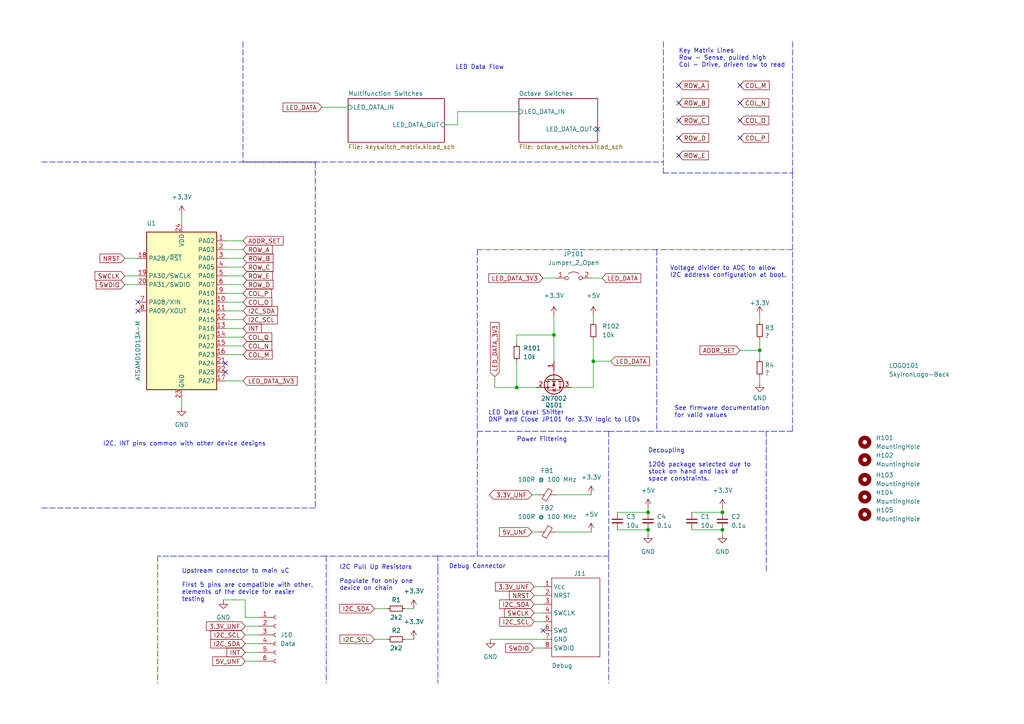
<source format=kicad_sch>
(kicad_sch (version 20211123) (generator eeschema)
  (paper "A4")
  (lib_symbols
    (symbol "BVH_Logos:SkyIronLogo-Back"
      (property "Reference" "#LOGO" (at 0 -2.54 0))
      (property "Value" "SkyIronLogo-Back" (at 0 0 0))
    )
    (symbol "BVH_MCU_Microchip-SAMD:ATSAMD10D13A-M"
      (property "Reference" "U" (at -10.16 24.13 0))
      (property "Value" "ATSAMD10D13A-M" (at 1.27 24.13 0))
      (symbol "ATSAMD10D13A-M_0_1"
        (rectangle (start -10.16 22.86) (end 10.16 -22.86) (stroke (width 0.254)) (fill (type background)))
      )
      (symbol "ATSAMD10D13A-M_1_1"
        (pin bidirectional line (at 12.7 20.32 180) (length 2.54) (name "PA02") (number "1"))
        (pin bidirectional line (at 12.7 2.54 180) (length 2.54) (name "PA11") (number "10"))
        (pin bidirectional line (at 12.7 0 180) (length 2.54) (name "PA14") (number "11"))
        (pin bidirectional line (at 12.7 -2.54 180) (length 2.54) (name "PA15") (number "12"))
        (pin bidirectional line (at 12.7 -5.08 180) (length 2.54) (name "PA16") (number "13"))
        (pin bidirectional line (at 12.7 -7.62 180) (length 2.54) (name "PA17") (number "14"))
        (pin bidirectional line (at 12.7 -10.16 180) (length 2.54) (name "PA22") (number "15"))
        (pin bidirectional line (at 12.7 -12.7 180) (length 2.54) (name "PA23") (number "16"))
        (pin bidirectional line (at 12.7 -20.32 180) (length 2.54) (name "PA27") (number "17"))
        (pin bidirectional line (at -12.7 15.24 0) (length 2.54) (name "PA28/~{RST}") (number "18"))
        (pin bidirectional line (at -12.7 10.16 0) (length 2.54) (name "PA30/SWCLK") (number "19"))
        (pin bidirectional line (at 12.7 17.78 180) (length 2.54) (name "PA03") (number "2"))
        (pin bidirectional line (at -12.7 7.62 0) (length 2.54) (name "PA31/SWDIO") (number "20"))
        (pin bidirectional line (at 12.7 -15.24 180) (length 2.54) (name "PA24") (number "21"))
        (pin bidirectional line (at 12.7 -17.78 180) (length 2.54) (name "PA25") (number "22"))
        (pin power_in line (at 0 -25.4 90) (length 2.54) (name "GND") (number "23"))
        (pin power_in line (at 0 25.4 270) (length 2.54) (name "VDD") (number "24"))
        (pin power_in line (at 0 -25.4 90) (length 2.54) hide (name "GND") (number "25"))
        (pin bidirectional line (at 12.7 15.24 180) (length 2.54) (name "PA04") (number "3"))
        (pin bidirectional line (at 12.7 12.7 180) (length 2.54) (name "PA05") (number "4"))
        (pin bidirectional line (at 12.7 10.16 180) (length 2.54) (name "PA06") (number "5"))
        (pin bidirectional line (at 12.7 7.62 180) (length 2.54) (name "PA07") (number "6"))
        (pin bidirectional line (at -12.7 2.54 0) (length 2.54) (name "PA08/XIN") (number "7"))
        (pin bidirectional line (at -12.7 0 0) (length 2.54) (name "PA09/XOUT") (number "8"))
        (pin bidirectional line (at 12.7 5.08 180) (length 2.54) (name "PA10") (number "9"))
      )
    )
    (symbol "BVH_SOICbite:SOICbite-SWD"
      (property "Reference" "J" (at 0 -15.24 0))
      (property "Value" "SOICbite-SWD" (at 0 11.43 0))
      (symbol "SOICbite-SWD_0_1"
        (rectangle (start -6.35 10.16) (end 7.62 -12.7))
      )
      (symbol "SOICbite-SWD_1_1"
        (pin output line (at -8.89 7.62 0) (length 2.54) (name "Vcc") (number "1"))
        (pin output line (at -8.89 5.08 0) (length 2.54) (name "NRST") (number "2"))
        (pin output line (at -8.89 2.54 0) (length 2.54) (name "") (number "3"))
        (pin output line (at -8.89 0 0) (length 2.54) (name "SWCLK") (number "4"))
        (pin output line (at -8.89 -2.54 0) (length 2.54) (name "") (number "5"))
        (pin input line (at -8.89 -5.08 0) (length 2.54) (name "SWO") (number "6"))
        (pin output line (at -8.89 -7.62 0) (length 2.54) (name "GND") (number "7"))
        (pin bidirectional line (at -8.89 -10.16 0) (length 2.54) (name "SWDIO") (number "8"))
      )
    )
    (symbol "Connector:Conn_01x06_Female" (pin_names (offset 1.016) hide)
      (property "Reference" "J" (at 0 7.62 0))
      (property "Value" "Conn_01x06_Female" (at 0 -10.16 0))
      (symbol "Conn_01x06_Female_1_1"
        (arc (start 0 -7.112) (mid -0.508 -7.62) (end 0 -8.128) (stroke (width 0.1524)))
        (arc (start 0 -4.572) (mid -0.508 -5.08) (end 0 -5.588) (stroke (width 0.1524)))
        (arc (start 0 -2.032) (mid -0.508 -2.54) (end 0 -3.048) (stroke (width 0.1524)))
        (polyline (pts (xy -1.27 -7.62) (xy -0.508 -7.62)) (stroke (width 0.1524)))
        (polyline (pts (xy -1.27 -5.08) (xy -0.508 -5.08)) (stroke (width 0.1524)))
        (polyline (pts (xy -1.27 -2.54) (xy -0.508 -2.54)) (stroke (width 0.1524)))
        (polyline (pts (xy -1.27 0) (xy -0.508 0)) (stroke (width 0.1524)))
        (polyline (pts (xy -1.27 2.54) (xy -0.508 2.54)) (stroke (width 0.1524)))
        (polyline (pts (xy -1.27 5.08) (xy -0.508 5.08)) (stroke (width 0.1524)))
        (arc (start 0 0.508) (mid -0.508 0) (end 0 -0.508) (stroke (width 0.1524)))
        (arc (start 0 3.048) (mid -0.508 2.54) (end 0 2.032) (stroke (width 0.1524)))
        (arc (start 0 5.588) (mid -0.508 5.08) (end 0 4.572) (stroke (width 0.1524)))
        (pin passive line (at -5.08 5.08 0) (length 3.81) (name "Pin_1") (number "1"))
        (pin passive line (at -5.08 2.54 0) (length 3.81) (name "Pin_2") (number "2"))
        (pin passive line (at -5.08 0 0) (length 3.81) (name "Pin_3") (number "3"))
        (pin passive line (at -5.08 -2.54 0) (length 3.81) (name "Pin_4") (number "4"))
        (pin passive line (at -5.08 -5.08 0) (length 3.81) (name "Pin_5") (number "5"))
        (pin passive line (at -5.08 -7.62 0) (length 3.81) (name "Pin_6") (number "6"))
      )
    )
    (symbol "Device:C_Small" (pin_numbers hide) (pin_names (offset 0.254) hide)
      (property "Reference" "C" (at 0.254 1.778 0))
      (property "Value" "C_Small" (at 0.254 -2.032 0))
      (symbol "C_Small_0_1"
        (polyline (pts (xy -1.524 -0.508) (xy 1.524 -0.508)) (stroke (width 0.3302)))
        (polyline (pts (xy -1.524 0.508) (xy 1.524 0.508)) (stroke (width 0.3048)))
      )
      (symbol "C_Small_1_1"
        (pin passive line (at 0 2.54 270) (length 2.032) (name "~") (number "1"))
        (pin passive line (at 0 -2.54 90) (length 2.032) (name "~") (number "2"))
      )
    )
    (symbol "Device:FerriteBead_Small" (pin_numbers hide) (pin_names (offset 0))
      (property "Reference" "FB" (at 1.905 1.27 0))
      (property "Value" "FerriteBead_Small" (at 1.905 -1.27 0))
      (symbol "FerriteBead_Small_0_1"
        (polyline (pts (xy 0 -1.27) (xy 0 -0.7874)))
        (polyline (pts (xy 0 0.889) (xy 0 1.2954)))
        (polyline (pts (xy -1.8288 0.2794) (xy -1.1176 1.4986) (xy 1.8288 -0.2032) (xy 1.1176 -1.4224) (xy -1.8288 0.2794)))
      )
      (symbol "FerriteBead_Small_1_1"
        (pin passive line (at 0 2.54 270) (length 1.27) (name "~") (number "1"))
        (pin passive line (at 0 -2.54 90) (length 1.27) (name "~") (number "2"))
      )
    )
    (symbol "Device:R_Small" (pin_numbers hide) (pin_names (offset 0.254) hide)
      (property "Reference" "R" (at 0.762 0.508 0))
      (property "Value" "R_Small" (at 0.762 -1.016 0))
      (symbol "R_Small_0_1"
        (rectangle (start -0.762 1.778) (end 0.762 -1.778) (stroke (width 0.2032)))
      )
      (symbol "R_Small_1_1"
        (pin passive line (at 0 2.54 270) (length 0.762) (name "~") (number "1"))
        (pin passive line (at 0 -2.54 90) (length 0.762) (name "~") (number "2"))
      )
    )
    (symbol "Jumper:Jumper_2_Open" (pin_names (offset 0) hide)
      (property "Reference" "JP" (at 0 2.794 0))
      (property "Value" "Jumper_2_Open" (at 0 -2.286 0))
      (symbol "Jumper_2_Open_0_0"
        (circle (center -2.032 0) (radius 0.508))
        (circle (center 2.032 0) (radius 0.508))
      )
      (symbol "Jumper_2_Open_0_1"
        (arc (start 1.524 1.27) (mid 0 1.778) (end -1.524 1.27))
      )
      (symbol "Jumper_2_Open_1_1"
        (pin passive line (at -5.08 0 0) (length 2.54) (name "A") (number "1"))
        (pin passive line (at 5.08 0 180) (length 2.54) (name "B") (number "2"))
      )
    )
    (symbol "Mechanical:MountingHole" (pin_names (offset 1.016))
      (property "Reference" "H" (at 0 5.08 0))
      (property "Value" "MountingHole" (at 0 3.175 0))
      (symbol "MountingHole_0_1"
        (circle (center 0 0) (radius 1.27) (stroke (width 1.27)))
      )
    )
    (symbol "Transistor_FET:2N7002" (pin_names hide)
      (property "Reference" "Q" (at 5.08 1.905 0))
      (property "Value" "2N7002" (at 5.08 0 0))
      (symbol "2N7002_0_1"
        (polyline (pts (xy 0.254 0) (xy -2.54 0)))
        (polyline (pts (xy 0.254 1.905) (xy 0.254 -1.905)) (stroke (width 0.254)))
        (polyline (pts (xy 0.762 -1.27) (xy 0.762 -2.286)) (stroke (width 0.254)))
        (polyline (pts (xy 0.762 0.508) (xy 0.762 -0.508)) (stroke (width 0.254)))
        (polyline (pts (xy 0.762 2.286) (xy 0.762 1.27)) (stroke (width 0.254)))
        (polyline (pts (xy 2.54 2.54) (xy 2.54 1.778)))
        (polyline (pts (xy 2.54 -2.54) (xy 2.54 0) (xy 0.762 0)))
        (polyline (pts (xy 0.762 -1.778) (xy 3.302 -1.778) (xy 3.302 1.778) (xy 0.762 1.778)))
        (polyline (pts (xy 1.016 0) (xy 2.032 0.381) (xy 2.032 -0.381) (xy 1.016 0)) (fill (type outline)))
        (polyline (pts (xy 2.794 0.508) (xy 2.921 0.381) (xy 3.683 0.381) (xy 3.81 0.254)))
        (polyline (pts (xy 3.302 0.381) (xy 2.921 -0.254) (xy 3.683 -0.254) (xy 3.302 0.381)))
        (circle (center 1.651 0) (radius 2.794) (stroke (width 0.254)))
        (circle (center 2.54 -1.778) (radius 0.254) (fill (type outline)))
        (circle (center 2.54 1.778) (radius 0.254) (fill (type outline)))
      )
      (symbol "2N7002_1_1"
        (pin input line (at -5.08 0 0) (length 2.54) (name "G") (number "1"))
        (pin passive line (at 2.54 -5.08 90) (length 2.54) (name "S") (number "2"))
        (pin passive line (at 2.54 5.08 270) (length 2.54) (name "D") (number "3"))
      )
    )
    (symbol "power:+3.3V" (power) (pin_names (offset 0))
      (property "Value" "+3.3V" (at 0 3.556 0))
      (symbol "+3.3V_0_1"
        (polyline (pts (xy -0.762 1.27) (xy 0 2.54)))
        (polyline (pts (xy 0 0) (xy 0 2.54)))
        (polyline (pts (xy 0 2.54) (xy 0.762 1.27)))
      )
      (symbol "+3.3V_1_1"
        (pin power_in line (at 0 0 90) (length 0) hide (name "+3.3V") (number "1"))
      )
    )
    (symbol "power:+5V" (power) (pin_names (offset 0))
      (property "Value" "+5V" (at 0 3.556 0))
      (symbol "+5V_0_1"
        (polyline (pts (xy -0.762 1.27) (xy 0 2.54)))
        (polyline (pts (xy 0 0) (xy 0 2.54)))
        (polyline (pts (xy 0 2.54) (xy 0.762 1.27)))
      )
      (symbol "+5V_1_1"
        (pin power_in line (at 0 0 90) (length 0) hide (name "+5V") (number "1"))
      )
    )
    (symbol "power:GND" (power) (pin_names (offset 0))
      (property "Value" "GND" (at 0 -3.81 0))
      (symbol "GND_0_1"
        (polyline (pts (xy 0 0) (xy 0 -1.27) (xy 1.27 -1.27) (xy 0 -2.54) (xy -1.27 -1.27) (xy 0 -1.27)))
      )
      (symbol "GND_1_1"
        (pin power_in line (at 0 0 270) (length 0) hide (name "GND") (number "1"))
      )
    )
  )
  (junction (at 209.55 153.67))
  (junction (at 160.655 97.155))
  (junction (at 187.96 153.67))
  (junction (at 209.55 148.59))
  (junction (at 220.345 101.6))
  (junction (at 187.96 148.59))
  (junction (at 172.085 104.775))
  (junction (at 149.86 112.395))
  (no_connect (at 196.85 29.845))
  (no_connect (at 65.405 107.95))
  (no_connect (at 196.85 45.085))
  (no_connect (at 65.405 105.41))
  (no_connect (at 196.85 24.765))
  (no_connect (at 214.63 34.925))
  (no_connect (at 40.005 90.17))
  (no_connect (at 173.355 37.465))
  (no_connect (at 196.85 34.925))
  (no_connect (at 214.63 40.005))
  (no_connect (at 214.63 29.845))
  (no_connect (at 214.63 24.765))
  (no_connect (at 196.85 40.005))
  (no_connect (at 157.48 182.88))
  (no_connect (at 40.005 87.63))
  (wire (pts (xy 154.94 187.96) (xy 157.48 187.96)))
  (polyline (pts (xy 45.72 161.29) (xy 45.72 198.12)))
  (wire (pts (xy 172.085 91.44) (xy 172.085 93.345)))
  (polyline (pts (xy 176.53 125.095) (xy 176.53 161.29)))
  (wire (pts (xy 36.195 74.93) (xy 40.005 74.93)))
  (wire (pts (xy 154.305 143.51) (xy 156.21 143.51)))
  (wire (pts (xy 108.585 176.53) (xy 112.395 176.53)))
  (polyline (pts (xy 91.44 46.99) (xy 91.44 147.32)))
  (wire (pts (xy 65.405 74.93) (xy 70.485 74.93)))
  (polyline (pts (xy 176.53 161.29) (xy 176.53 198.12)))
  (wire (pts (xy 71.12 189.23) (xy 74.93 189.23)))
  (wire (pts (xy 220.345 101.6) (xy 220.345 104.14)))
  (wire (pts (xy 36.195 82.55) (xy 40.005 82.55)))
  (polyline (pts (xy 94.615 161.29) (xy 94.615 198.12)))
  (wire (pts (xy 52.705 115.57) (xy 52.705 118.11)))
  (wire (pts (xy 154.94 175.26) (xy 157.48 175.26)))
  (wire (pts (xy 220.345 101.6) (xy 220.345 98.425)))
  (polyline (pts (xy 229.87 125.095) (xy 222.25 125.095)))
  (wire (pts (xy 65.405 80.01) (xy 70.485 80.01)))
  (wire (pts (xy 65.405 110.49) (xy 70.485 110.49)))
  (wire (pts (xy 200.66 153.67) (xy 209.55 153.67)))
  (wire (pts (xy 179.07 148.59) (xy 187.96 148.59)))
  (wire (pts (xy 36.195 80.01) (xy 40.005 80.01)))
  (wire (pts (xy 161.29 143.51) (xy 171.45 143.51)))
  (polyline (pts (xy 70.485 12.065) (xy 70.485 46.99)))
  (polyline (pts (xy 229.87 72.39) (xy 190.5 72.39)))
  (wire (pts (xy 117.475 185.42) (xy 120.015 185.42)))
  (wire (pts (xy 65.405 85.09) (xy 70.485 85.09)))
  (wire (pts (xy 171.45 80.645) (xy 174.625 80.645)))
  (wire (pts (xy 65.405 102.87) (xy 70.485 102.87)))
  (wire (pts (xy 65.405 69.85) (xy 70.485 69.85)))
  (wire (pts (xy 154.94 170.18) (xy 157.48 170.18)))
  (polyline (pts (xy 190.5 72.39) (xy 190.5 125.095)))
  (wire (pts (xy 143.51 112.395) (xy 143.51 109.22)))
  (wire (pts (xy 165.735 112.395) (xy 172.085 112.395)))
  (wire (pts (xy 161.29 154.305) (xy 171.45 154.305)))
  (wire (pts (xy 220.345 91.44) (xy 220.345 93.345)))
  (wire (pts (xy 214.63 101.6) (xy 220.345 101.6)))
  (wire (pts (xy 154.305 154.305) (xy 156.21 154.305)))
  (wire (pts (xy 172.085 112.395) (xy 172.085 104.775)))
  (wire (pts (xy 117.475 176.53) (xy 120.015 176.53)))
  (wire (pts (xy 71.12 173.99) (xy 71.12 179.07)))
  (wire (pts (xy 65.405 77.47) (xy 70.485 77.47)))
  (polyline (pts (xy 12.065 46.99) (xy 91.44 46.99)))
  (wire (pts (xy 149.86 99.695) (xy 149.86 97.155)))
  (wire (pts (xy 160.655 97.155) (xy 160.655 104.775)))
  (polyline (pts (xy 127 161.29) (xy 94.615 161.29)))
  (wire (pts (xy 65.405 72.39) (xy 70.485 72.39)))
  (polyline (pts (xy 192.405 50.165) (xy 229.87 50.165)))
  (polyline (pts (xy 12.065 147.32) (xy 91.44 147.32)))
  (wire (pts (xy 154.94 180.34) (xy 157.48 180.34)))
  (wire (pts (xy 65.405 87.63) (xy 70.485 87.63)))
  (wire (pts (xy 52.705 62.23) (xy 52.705 64.77)))
  (wire (pts (xy 128.905 36.195) (xy 132.715 36.195)))
  (wire (pts (xy 64.77 173.99) (xy 71.12 173.99)))
  (wire (pts (xy 65.405 90.17) (xy 70.485 90.17)))
  (wire (pts (xy 200.66 148.59) (xy 209.55 148.59)))
  (wire (pts (xy 65.405 92.71) (xy 70.485 92.71)))
  (wire (pts (xy 132.715 32.385) (xy 150.495 32.385)))
  (wire (pts (xy 187.96 147.32) (xy 187.96 148.59)))
  (polyline (pts (xy 229.87 12.065) (xy 229.87 50.165)))
  (wire (pts (xy 187.96 153.67) (xy 187.96 154.94)))
  (polyline (pts (xy 222.25 125.095) (xy 222.25 165.735)))
  (wire (pts (xy 65.405 82.55) (xy 70.485 82.55)))
  (wire (pts (xy 220.345 109.22) (xy 220.345 111.125)))
  (wire (pts (xy 149.86 97.155) (xy 160.655 97.155)))
  (wire (pts (xy 142.24 185.42) (xy 157.48 185.42)))
  (wire (pts (xy 149.86 104.775) (xy 149.86 112.395)))
  (polyline (pts (xy 138.43 125.095) (xy 176.53 125.095)))
  (wire (pts (xy 209.55 153.67) (xy 209.55 154.94)))
  (wire (pts (xy 160.655 97.155) (xy 160.655 91.44)))
  (wire (pts (xy 149.86 112.395) (xy 143.51 112.395)))
  (polyline (pts (xy 94.615 161.29) (xy 45.72 161.29)))
  (polyline (pts (xy 127 161.29) (xy 176.53 161.29)))
  (polyline (pts (xy 70.485 46.99) (xy 192.405 46.99)))
  (wire (pts (xy 71.12 191.77) (xy 74.93 191.77)))
  (wire (pts (xy 65.405 97.79) (xy 70.485 97.79)))
  (polyline (pts (xy 176.53 125.095) (xy 222.25 125.095)))
  (wire (pts (xy 209.55 147.32) (xy 209.55 148.59)))
  (polyline (pts (xy 192.405 12.065) (xy 192.405 50.165)))
  (wire (pts (xy 132.715 36.195) (xy 132.715 32.385)))
  (wire (pts (xy 71.12 179.07) (xy 74.93 179.07)))
  (wire (pts (xy 71.12 186.69) (xy 74.93 186.69)))
  (wire (pts (xy 172.085 104.775) (xy 177.165 104.775)))
  (wire (pts (xy 71.12 181.61) (xy 74.93 181.61)))
  (wire (pts (xy 65.405 95.25) (xy 70.485 95.25)))
  (wire (pts (xy 172.085 104.775) (xy 172.085 98.425)))
  (wire (pts (xy 179.07 153.67) (xy 187.96 153.67)))
  (wire (pts (xy 154.94 177.8) (xy 157.48 177.8)))
  (wire (pts (xy 93.345 31.115) (xy 100.965 31.115)))
  (polyline (pts (xy 127 165.1) (xy 127 161.29)))
  (polyline (pts (xy 138.43 72.39) (xy 138.43 125.095)))
  (polyline (pts (xy 190.5 72.39) (xy 138.43 72.39)))
  (polyline (pts (xy 127 165.1) (xy 127 198.12)))
  (polyline (pts (xy 138.43 161.29) (xy 138.43 125.095)))
  (wire (pts (xy 65.405 100.33) (xy 70.485 100.33)))
  (wire (pts (xy 154.94 172.72) (xy 157.48 172.72)))
  (wire (pts (xy 71.12 184.15) (xy 74.93 184.15)))
  (polyline (pts (xy 229.87 50.165) (xy 229.87 125.095)))
  (wire (pts (xy 149.86 112.395) (xy 155.575 112.395)))
  (wire (pts (xy 157.48 80.645) (xy 161.29 80.645)))
  (wire (pts (xy 108.585 185.42) (xy 112.395 185.42)))
  (text "I2C, INT pins common with other device designs" (at 29.845 129.54 0) (effects (font (size 1.27 1.27)) (justify left bottom)))
  (text "LED Data Flow" (at 132.08 20.32 0) (effects (font (size 1.27 1.27)) (justify left bottom)))
  (text "Upstream connector to main uC\n\nFirst 5 pins are compatible with other,\nelements of the device for easier\ntesting" (at 52.705 174.625 0) (effects (font (size 1.27 1.27)) (justify left bottom)))
  (text "Voltage divider to ADC to allow\nI2C address configuration at boot." (at 194.31 80.645 0) (effects (font (size 1.27 1.27)) (justify left bottom)))
  (text "LED Data Level Shifter\nDNP and Close JP101 for 3.3V logic to LEDs" (at 141.605 122.555 0) (effects (font (size 1.27 1.27)) (justify left bottom)))
  (text "I2C Pull Up Resistors\n\nPopulate for only one \ndevice on chain" (at 98.425 171.45 0) (effects (font (size 1.27 1.27)) (justify left bottom)))
  (text "Key Matrix Lines\nRow - Sense, pulled high\nCol - Drive, driven low to read" (at 196.85 19.685 0) (effects (font (size 1.27 1.27)) (justify left bottom)))
  (text "See firmware documentation \nfor valid values" (at 195.58 121.285 0) (effects (font (size 1.27 1.27)) (justify left bottom)))
  (text "Debug Connector" (at 130.175 165.1 0) (effects (font (size 1.27 1.27)) (justify left bottom)))
  (text "Decoupling\n\n1206 package selected due to\nstock on hand and lack of\nspace constraints." (at 187.96 139.7 0) (effects (font (size 1.27 1.27)) (justify left bottom)))
  (text "Power Filtering" (at 149.86 128.27 0) (effects (font (size 1.27 1.27)) (justify left bottom)))
  (global_label "ROW_A" (shape input) (at 196.85 24.765 0) (property "Intersheet References" "${INTERSHEET_REFS}" (effects hide)))
  (global_label "ADDR_SET" (shape input) (at 70.485 69.85 0) (property "Intersheet References" "${INTERSHEET_REFS}" (effects hide)))
  (global_label "5V_UNF" (shape input) (at 154.305 154.305 180) (property "Intersheet References" "${INTERSHEET_REFS}" (effects hide)))
  (global_label "COL_M" (shape input) (at 214.63 24.765 0) (property "Intersheet References" "${INTERSHEET_REFS}" (effects hide)))
  (global_label "NRST" (shape input) (at 154.94 172.72 180) (property "Intersheet References" "${INTERSHEET_REFS}" (effects hide)))
  (global_label "LED_DATA" (shape input) (at 174.625 80.645 0) (property "Intersheet References" "${INTERSHEET_REFS}" (effects hide)))
  (global_label "LED_DATA_3V3" (shape input) (at 143.51 109.22 90) (property "Intersheet References" "${INTERSHEET_REFS}" (effects hide)))
  (global_label "3.3V_UNF" (shape input) (at 71.12 181.61 180) (property "Intersheet References" "${INTERSHEET_REFS}" (effects hide)))
  (global_label "COL_M" (shape input) (at 70.485 102.87 0) (property "Intersheet References" "${INTERSHEET_REFS}" (effects hide)))
  (global_label "COL_O" (shape input) (at 214.63 34.925 0) (property "Intersheet References" "${INTERSHEET_REFS}" (effects hide)))
  (global_label "SWDIO" (shape input) (at 154.94 187.96 180) (property "Intersheet References" "${INTERSHEET_REFS}" (effects hide)))
  (global_label "ROW_E" (shape input) (at 196.85 45.085 0) (property "Intersheet References" "${INTERSHEET_REFS}" (effects hide)))
  (global_label "I2C_SCL" (shape input) (at 108.585 185.42 180) (property "Intersheet References" "${INTERSHEET_REFS}" (effects hide)))
  (global_label "ROW_C" (shape input) (at 196.85 34.925 0) (property "Intersheet References" "${INTERSHEET_REFS}" (effects hide)))
  (global_label "3.3V_UNF" (shape input) (at 154.94 170.18 180) (property "Intersheet References" "${INTERSHEET_REFS}" (effects hide)))
  (global_label "ROW_D" (shape input) (at 196.85 40.005 0) (property "Intersheet References" "${INTERSHEET_REFS}" (effects hide)))
  (global_label "COL_P" (shape input) (at 214.63 40.005 0) (property "Intersheet References" "${INTERSHEET_REFS}" (effects hide)))
  (global_label "ROW_B" (shape input) (at 70.485 74.93 0) (property "Intersheet References" "${INTERSHEET_REFS}" (effects hide)))
  (global_label "COL_N" (shape input) (at 214.63 29.845 0) (property "Intersheet References" "${INTERSHEET_REFS}" (effects hide)))
  (global_label "I2C_SDA" (shape input) (at 154.94 175.26 180) (property "Intersheet References" "${INTERSHEET_REFS}" (effects hide)))
  (global_label "I2C_SCL" (shape input) (at 71.12 184.15 180) (property "Intersheet References" "${INTERSHEET_REFS}" (effects hide)))
  (global_label "COL_Q" (shape input) (at 70.485 97.79 0) (property "Intersheet References" "${INTERSHEET_REFS}" (effects hide)))
  (global_label "LED_DATA_3V3" (shape input) (at 157.48 80.645 180) (property "Intersheet References" "${INTERSHEET_REFS}" (effects hide)))
  (global_label "ROW_B" (shape input) (at 196.85 29.845 0) (property "Intersheet References" "${INTERSHEET_REFS}" (effects hide)))
  (global_label "I2C_SCL" (shape input) (at 154.94 180.34 180) (property "Intersheet References" "${INTERSHEET_REFS}" (effects hide)))
  (global_label "LED_DATA" (shape input) (at 177.165 104.775 0) (property "Intersheet References" "${INTERSHEET_REFS}" (effects hide)))
  (global_label "LED_DATA" (shape input) (at 93.345 31.115 180) (property "Intersheet References" "${INTERSHEET_REFS}" (effects hide)))
  (global_label "SWCLK" (shape input) (at 154.94 177.8 180) (property "Intersheet References" "${INTERSHEET_REFS}" (effects hide)))
  (global_label "3.3V_UNF" (shape bidirectional) (at 154.305 143.51 180) (property "Intersheet References" "${INTERSHEET_REFS}" (effects hide)))
  (global_label "SWDIO" (shape input) (at 36.195 82.55 180) (property "Intersheet References" "${INTERSHEET_REFS}" (effects hide)))
  (global_label "ADDR_SET" (shape input) (at 214.63 101.6 180) (property "Intersheet References" "${INTERSHEET_REFS}" (effects hide)))
  (global_label "I2C_SDA" (shape input) (at 108.585 176.53 180) (property "Intersheet References" "${INTERSHEET_REFS}" (effects hide)))
  (global_label "LED_DATA_3V3" (shape input) (at 70.485 110.49 0) (property "Intersheet References" "${INTERSHEET_REFS}" (effects hide)))
  (global_label "COL_P" (shape input) (at 70.485 85.09 0) (property "Intersheet References" "${INTERSHEET_REFS}" (effects hide)))
  (global_label "INT" (shape input) (at 71.12 189.23 180) (property "Intersheet References" "${INTERSHEET_REFS}" (effects hide)))
  (global_label "5V_UNF" (shape input) (at 71.12 191.77 180) (property "Intersheet References" "${INTERSHEET_REFS}" (effects hide)))
  (global_label "NRST" (shape input) (at 36.195 74.93 180) (property "Intersheet References" "${INTERSHEET_REFS}" (effects hide)))
  (global_label "ROW_C" (shape input) (at 70.485 77.47 0) (property "Intersheet References" "${INTERSHEET_REFS}" (effects hide)))
  (global_label "I2C_SDA" (shape input) (at 70.485 90.17 0) (property "Intersheet References" "${INTERSHEET_REFS}" (effects hide)))
  (global_label "ROW_D" (shape input) (at 70.485 82.55 0) (property "Intersheet References" "${INTERSHEET_REFS}" (effects hide)))
  (global_label "COL_N" (shape input) (at 70.485 100.33 0) (property "Intersheet References" "${INTERSHEET_REFS}" (effects hide)))
  (global_label "I2C_SDA" (shape input) (at 71.12 186.69 180) (property "Intersheet References" "${INTERSHEET_REFS}" (effects hide)))
  (global_label "INT" (shape input) (at 70.485 95.25 0) (property "Intersheet References" "${INTERSHEET_REFS}" (effects hide)))
  (global_label "COL_O" (shape input) (at 70.485 87.63 0) (property "Intersheet References" "${INTERSHEET_REFS}" (effects hide)))
  (global_label "ROW_E" (shape input) (at 70.485 80.01 0) (property "Intersheet References" "${INTERSHEET_REFS}" (effects hide)))
  (global_label "I2C_SCL" (shape input) (at 70.485 92.71 0) (property "Intersheet References" "${INTERSHEET_REFS}" (effects hide)))
  (global_label "ROW_A" (shape input) (at 70.485 72.39 0) (property "Intersheet References" "${INTERSHEET_REFS}" (effects hide)))
  (global_label "SWCLK" (shape input) (at 36.195 80.01 180) (property "Intersheet References" "${INTERSHEET_REFS}" (effects hide)))
  (symbol (lib_id "Device:R_Small") (at 220.345 106.68 0) (unit 1)
    (property "Reference" "R4" (at 221.8437 105.9191 0) (effects (justify left)))
    (property "Value" "?" (at 221.8437 108.2178 0) (effects (justify left)))
    (property "Footprint" "Resistor_SMD:R_0603_1608Metric" (effects hide))
  )
  (symbol (lib_id "power:+3.3V") (at 209.55 147.32 0) (mirror y) (unit 1)
    (property "Reference" "#PWR012" (effects hide))
    (property "Value" "+3.3V" (at 209.55 142.24 0))
  )
  (symbol (lib_id "BVH_SOICbite:SOICbite-SWD") (at 166.37 177.8 0) (unit 1)
    (property "Reference" "J11" (at 166.37 166.37 0) (effects (justify left)))
    (property "Value" "Debug" (at 160.02 193.04 0) (effects (justify left)))
    (property "Footprint" "BVH_SOICbite:SOICbite_renumbered" (effects hide))
  )
  (symbol (lib_id "power:GND") (at 64.77 173.99 0) (unit 1)
    (property "Reference" "#PWR0124" (effects hide))
    (property "Value" "GND" (at 64.77 179.07 0))
  )
  (symbol (lib_id "power:+3.3V") (at 160.655 91.44 0) (unit 1)
    (property "Reference" "#PWR0107" (effects hide))
    (property "Value" "+3.3V" (at 160.655 85.725 0))
  )
  (symbol (lib_id "Device:FerriteBead_Small") (at 158.75 143.51 90) (unit 1)
    (property "Reference" "FB1" (at 158.7119 136.525 90))
    (property "Value" "100R @ 100 MHz" (at 158.7119 139.065 90))
    (property "Footprint" "Resistor_SMD:R_0805_2012Metric_Pad1.20x1.40mm_HandSolder" (effects hide))
  )
  (symbol (lib_id "Device:C_Small") (at 187.96 151.13 0) (unit 1)
    (property "Reference" "C4" (at 190.5 149.8662 0) (effects (justify left)))
    (property "Value" "0.1u" (at 190.5 152.4062 0) (effects (justify left)))
    (property "Footprint" "Capacitor_SMD:C_1206_3216Metric_Pad1.33x1.80mm_HandSolder" (effects hide))
  )
  (symbol (lib_id "power:+5V") (at 172.085 91.44 0) (unit 1)
    (property "Reference" "#PWR0105" (effects hide))
    (property "Value" "+5V" (at 172.085 85.725 0))
  )
  (symbol (lib_id "power:+5V") (at 171.45 154.305 0) (unit 1)
    (property "Reference" "#PWR0125" (effects hide))
    (property "Value" "+5V" (at 171.45 149.225 0))
  )
  (symbol (lib_id "BVH_Logos:SkyIronLogo-Back") (at 257.175 107.315 0) (unit 1)
    (property "Reference" "LOGO101" (at 257.81 106.0449 0) (effects (justify left)))
    (property "Value" "SkyIronLogo-Back" (at 257.81 108.5849 0) (effects (justify left)))
    (property "Footprint" "BVH_Logos:SkyIron_logo_Back" (effects hide))
  )
  (symbol (lib_id "Device:C_Small") (at 209.55 151.13 0) (unit 1)
    (property "Reference" "C2" (at 212.09 149.8662 0) (effects (justify left)))
    (property "Value" "0.1u" (at 212.09 152.4062 0) (effects (justify left)))
    (property "Footprint" "Capacitor_SMD:C_1206_3216Metric_Pad1.33x1.80mm_HandSolder" (effects hide))
  )
  (symbol (lib_id "power:+3.3V") (at 52.705 62.23 0) (mirror y) (unit 1)
    (property "Reference" "#PWR0101" (effects hide))
    (property "Value" "+3.3V" (at 52.705 57.15 0))
  )
  (symbol (lib_id "power:GND") (at 209.55 154.94 0) (unit 1)
    (property "Reference" "#PWR013" (effects hide))
    (property "Value" "GND" (at 209.55 160.02 0))
  )
  (symbol (lib_id "Mechanical:MountingHole") (at 250.825 139.065 0) (unit 1)
    (property "Reference" "H103" (at 254 137.7949 0) (effects (justify left)))
    (property "Value" "MountingHole" (at 254 140.3349 0) (effects (justify left)))
    (property "Footprint" "MountingHole:MountingHole_3.2mm_M3_DIN965" (effects hide))
  )
  (symbol (lib_id "Mechanical:MountingHole") (at 250.825 128.27 0) (unit 1)
    (property "Reference" "H101" (at 254 126.9999 0) (effects (justify left)))
    (property "Value" "MountingHole" (at 254 129.5399 0) (effects (justify left)))
    (property "Footprint" "MountingHole:MountingHole_3.2mm_M3_DIN965" (effects hide))
  )
  (symbol (lib_id "power:GND") (at 142.24 185.42 0) (unit 1)
    (property "Reference" "#PWR0106" (effects hide))
    (property "Value" "GND" (at 142.24 190.5 0))
  )
  (symbol (lib_id "power:GND") (at 187.96 154.94 0) (unit 1)
    (property "Reference" "#PWR01" (effects hide))
    (property "Value" "GND" (at 187.96 160.02 0))
  )
  (symbol (lib_id "Jumper:Jumper_2_Open") (at 166.37 80.645 0) (unit 1)
    (property "Reference" "JP101" (at 166.37 73.66 0))
    (property "Value" "Jumper_2_Open" (at 166.37 76.2 0))
    (property "Footprint" "Jumper:SolderJumper-2_P1.3mm_Open_Pad1.0x1.5mm" (effects hide))
  )
  (symbol (lib_id "power:+3.3V") (at 120.015 185.42 0) (unit 1)
    (property "Reference" "#PWR0104" (effects hide))
    (property "Value" "+3.3V" (at 120.015 180.34 0))
  )
  (symbol (lib_id "BVH_MCU_Microchip-SAMD:ATSAMD10D13A-M") (at 52.705 90.17 0) (unit 1)
    (property "Reference" "U1" (at 42.545 64.77 0) (effects (justify left)))
    (property "Value" "ATSAMD10D13A-M" (at 40.005 110.49 90) (effects (justify left)))
    (property "Footprint" "Package_DFN_QFN:QFN-24-1EP_4x4mm_P0.5mm_EP2.6x2.6mm" (effects hide))
    (property "Datasheet" "http://ww1.microchip.com/downloads/en/DeviceDoc/Atmel-42242-SAM-D10_Datasheet.pdf" (effects hide))
  )
  (symbol (lib_id "Mechanical:MountingHole") (at 250.825 133.35 0) (unit 1)
    (property "Reference" "H102" (at 254 132.0799 0) (effects (justify left)))
    (property "Value" "MountingHole" (at 254 134.6199 0) (effects (justify left)))
    (property "Footprint" "MountingHole:MountingHole_3.2mm_M3_DIN965" (effects hide))
  )
  (symbol (lib_id "Device:R_Small") (at 220.345 95.885 0) (unit 1)
    (property "Reference" "R3" (at 221.8437 95.1241 0) (effects (justify left)))
    (property "Value" "?" (at 221.8437 97.4228 0) (effects (justify left)))
    (property "Footprint" "Resistor_SMD:R_0603_1608Metric" (effects hide))
  )
  (symbol (lib_id "Mechanical:MountingHole") (at 250.825 144.145 0) (unit 1)
    (property "Reference" "H104" (at 254 142.8749 0) (effects (justify left)))
    (property "Value" "MountingHole" (at 254 145.4149 0) (effects (justify left)))
    (property "Footprint" "MountingHole:MountingHole_3.2mm_M3_DIN965" (effects hide))
  )
  (symbol (lib_id "Device:R_Small") (at 149.86 102.235 180) (unit 1)
    (property "Reference" "R101" (at 151.765 100.9649 0) (effects (justify right)))
    (property "Value" "10k" (at 151.765 103.5049 0) (effects (justify right)))
    (property "Footprint" "Resistor_SMD:R_0805_2012Metric_Pad1.20x1.40mm_HandSolder" (effects hide))
  )
  (symbol (lib_id "power:+5V") (at 187.96 147.32 0) (unit 1)
    (property "Reference" "#PWR010" (effects hide))
    (property "Value" "+5V" (at 187.96 142.24 0))
  )
  (symbol (lib_id "Device:R_Small") (at 114.935 185.42 270) (unit 1)
    (property "Reference" "R2" (at 114.935 182.88 90))
    (property "Value" "2k2" (at 114.935 187.96 90))
    (property "Footprint" "Resistor_SMD:R_0603_1608Metric" (effects hide))
  )
  (symbol (lib_id "Device:C_Small") (at 200.66 151.13 0) (unit 1)
    (property "Reference" "C1" (at 203.2 149.8662 0) (effects (justify left)))
    (property "Value" "10u" (at 203.2 152.4062 0) (effects (justify left)))
    (property "Footprint" "Capacitor_SMD:C_1206_3216Metric_Pad1.33x1.80mm_HandSolder" (effects hide))
  )
  (symbol (lib_id "Device:R_Small") (at 114.935 176.53 270) (unit 1)
    (property "Reference" "R1" (at 114.935 173.99 90))
    (property "Value" "2k2" (at 114.935 179.07 90))
    (property "Footprint" "Resistor_SMD:R_0603_1608Metric" (effects hide))
  )
  (symbol (lib_id "power:+3.3V") (at 171.45 143.51 0) (unit 1)
    (property "Reference" "#PWR0123" (effects hide))
    (property "Value" "+3.3V" (at 171.45 138.43 0))
  )
  (symbol (lib_id "Device:R_Small") (at 172.085 95.885 0) (unit 1)
    (property "Reference" "R102" (at 174.625 94.6149 0) (effects (justify left)))
    (property "Value" "10k" (at 174.625 97.1549 0) (effects (justify left)))
    (property "Footprint" "Resistor_SMD:R_0805_2012Metric_Pad1.20x1.40mm_HandSolder" (effects hide))
  )
  (symbol (lib_id "Transistor_FET:2N7002") (at 160.655 109.855 270) (unit 1)
    (property "Reference" "Q101" (at 160.655 117.475 90))
    (property "Value" "2N7002" (at 160.655 115.57 90))
    (property "Footprint" "Package_TO_SOT_SMD:SOT-23" (effects hide))
    (property "Datasheet" "https://www.onsemi.com/pub/Collateral/NDS7002A-D.PDF" (effects hide))
  )
  (symbol (lib_id "Device:FerriteBead_Small") (at 158.75 154.305 90) (unit 1)
    (property "Reference" "FB2" (at 158.7119 147.32 90))
    (property "Value" "100R @ 100 MHz" (at 158.7119 149.86 90))
    (property "Footprint" "Resistor_SMD:R_0805_2012Metric_Pad1.20x1.40mm_HandSolder" (effects hide))
  )
  (symbol (lib_id "Mechanical:MountingHole") (at 250.825 149.225 0) (unit 1)
    (property "Reference" "H105" (at 254 147.9549 0) (effects (justify left)))
    (property "Value" "MountingHole" (at 254 150.4949 0) (effects (justify left)))
    (property "Footprint" "MountingHole:MountingHole_3.2mm_M3_DIN965" (effects hide))
  )
  (symbol (lib_id "power:+3.3V") (at 220.345 91.44 0) (unit 1)
    (property "Reference" "#PWR02" (effects hide))
    (property "Value" "+3.3V" (at 220.345 87.8926 0))
  )
  (symbol (lib_id "power:+3.3V") (at 120.015 176.53 0) (unit 1)
    (property "Reference" "#PWR0103" (effects hide))
    (property "Value" "+3.3V" (at 120.015 171.45 0))
  )
  (symbol (lib_id "Device:C_Small") (at 179.07 151.13 0) (unit 1)
    (property "Reference" "C3" (at 181.61 149.8662 0) (effects (justify left)))
    (property "Value" "10u" (at 181.61 152.4062 0) (effects (justify left)))
    (property "Footprint" "Capacitor_SMD:C_1206_3216Metric_Pad1.33x1.80mm_HandSolder" (effects hide))
  )
  (symbol (lib_id "Connector:Conn_01x06_Female") (at 80.01 184.15 0) (unit 1)
    (property "Reference" "J10" (at 81.28 184.1499 0) (effects (justify left)))
    (property "Value" "Data" (at 81.28 186.6899 0) (effects (justify left)))
    (property "Footprint" "Connector_PinHeader_2.54mm:PinHeader_1x06_P2.54mm_Horizontal" (effects hide))
  )
  (symbol (lib_id "power:GND") (at 52.705 118.11 0) (unit 1)
    (property "Reference" "#PWR0102" (effects hide))
    (property "Value" "GND" (at 52.705 123.19 0))
  )
  (symbol (lib_id "power:GND") (at 220.345 111.125 0) (unit 1)
    (property "Reference" "#PWR03" (effects hide))
    (property "Value" "GND" (at 220.345 115.4494 0))
  )
  (sheet (at 150.495 28.575) (size 22.86 12.7) (stroke (width 0.1524))
    (property "Sheet name" "Octave Switches" (at 150.495 27.8634 0) (effects (justify left bottom)))
    (property "Sheet file" "octave_switches.kicad_sch" (at 150.495 41.8596 0) (effects (justify left top)))
    (pin "LED_DATA_IN" input (at 150.495 32.385 180))
    (pin "LED_DATA_OUT" input (at 173.355 37.465 0))
  )
  (sheet (at 100.965 28.575) (size 27.94 12.7) (stroke (width 0.1524))
    (property "Sheet name" "Multifunction Switches" (at 100.965 27.8634 0) (effects (justify left bottom)))
    (property "Sheet file" "keyswitch_matrix.kicad_sch" (at 100.965 41.8596 0) (effects (justify left top)))
    (pin "LED_DATA_IN" input (at 100.965 31.115 180))
    (pin "LED_DATA_OUT" input (at 128.905 36.195 0))
  )
)
</source>
